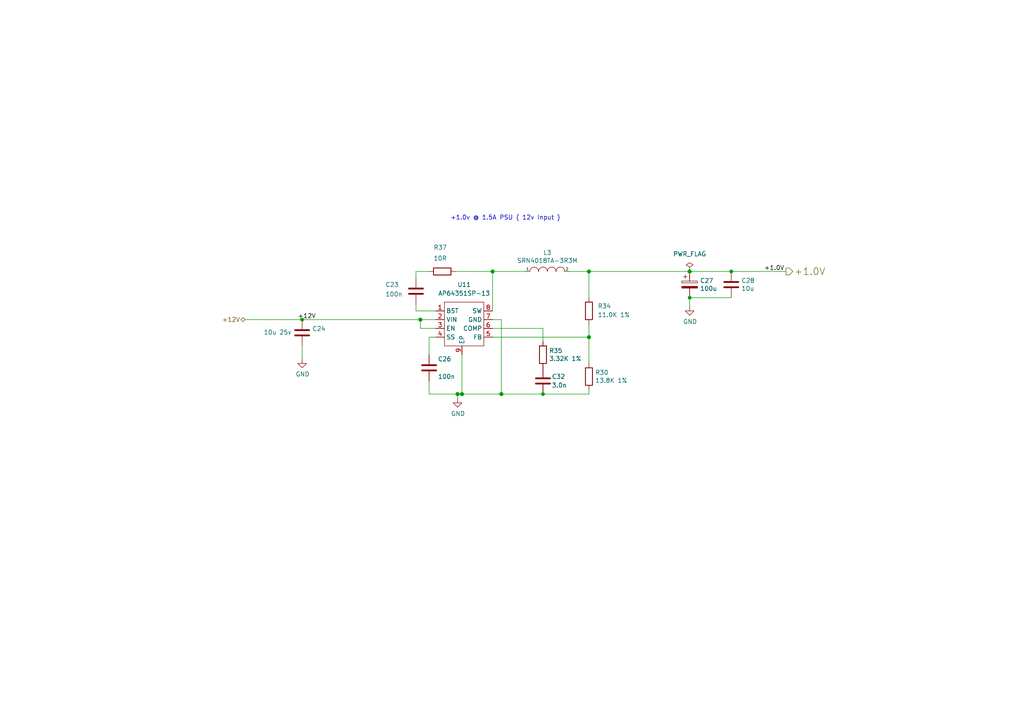
<source format=kicad_sch>
(kicad_sch (version 20211123) (generator eeschema)
  (paper "A4")
  (title_block (title "4pi-Farm") (date "2022-04-12") (rev "2.1") (comment 1 "fjc"))
  (lib_symbols
    (symbol "CM4IO:AP64351"
      (property "Reference" "U" (at 0 8.89 0))
      (property "Value" "AP64351" (at 1.27 6.35 0))
      (symbol "AP64351_0_1"
        (rectangle (start -5.08 5.08) (end 6.35 -7.62))
      )
      (symbol "AP64351_1_1"
        (pin passive line (at -7.62 2.54 0) (length 2.54) (name "BST") (number "1"))
        (pin power_in line (at -7.62 0 0) (length 2.54) (name "VIN") (number "2"))
        (pin input line (at -7.62 -2.54 0) (length 2.54) (name "EN") (number "3"))
        (pin input line (at -7.62 -5.08 0) (length 2.54) (name "SS") (number "4"))
        (pin input line (at 8.89 -5.08 180) (length 2.54) (name "FB") (number "5"))
        (pin input line (at 8.89 -2.54 180) (length 2.54) (name "COMP") (number "6"))
        (pin power_in line (at 8.89 0 180) (length 2.54) (name "GND") (number "7"))
        (pin output line (at 8.89 2.54 180) (length 2.54) (name "SW") (number "8"))
        (pin passive line (at 0 -10.16 90) (length 2.54) (name "EP") (number "9"))
      )
    )
    (symbol "Device:C" (pin_numbers hide) (pin_names (offset 0.254))
      (property "Reference" "C" (at 0.635 2.54 0))
      (property "Value" "C" (at 0.635 -2.54 0))
      (symbol "C_0_1"
        (polyline (pts (xy -2.032 -0.762) (xy 2.032 -0.762)) (stroke (width 0.508)))
        (polyline (pts (xy -2.032 0.762) (xy 2.032 0.762)) (stroke (width 0.508)))
      )
      (symbol "C_1_1"
        (pin passive line (at 0 3.81 270) (length 2.794) (name "~") (number "1"))
        (pin passive line (at 0 -3.81 90) (length 2.794) (name "~") (number "2"))
      )
    )
    (symbol "Device:C_Polarized" (pin_numbers hide) (pin_names (offset 0.254))
      (property "Reference" "C" (at 0.635 2.54 0))
      (property "Value" "C_Polarized" (at 0.635 -2.54 0))
      (symbol "C_Polarized_0_1"
        (rectangle (start -2.286 0.508) (end 2.286 1.016))
        (polyline (pts (xy -1.778 2.286) (xy -0.762 2.286)))
        (polyline (pts (xy -1.27 2.794) (xy -1.27 1.778)))
        (rectangle (start 2.286 -0.508) (end -2.286 -1.016) (fill (type outline)))
      )
      (symbol "C_Polarized_1_1"
        (pin passive line (at 0 3.81 270) (length 2.794) (name "~") (number "1"))
        (pin passive line (at 0 -3.81 90) (length 2.794) (name "~") (number "2"))
      )
    )
    (symbol "Device:R" (pin_numbers hide) (pin_names (offset 0))
      (property "Reference" "R" (at 2.032 0 90))
      (property "Value" "R" (at 0 0 90))
      (symbol "R_0_1"
        (rectangle (start -1.016 -2.54) (end 1.016 2.54) (stroke (width 0.254)))
      )
      (symbol "R_1_1"
        (pin passive line (at 0 3.81 270) (length 1.27) (name "~") (number "1"))
        (pin passive line (at 0 -3.81 90) (length 1.27) (name "~") (number "2"))
      )
    )
    (symbol "power:GND" (power) (pin_names (offset 0))
      (property "Value" "GND" (at 0 -3.81 0))
      (symbol "GND_0_1"
        (polyline (pts (xy 0 0) (xy 0 -1.27) (xy 1.27 -1.27) (xy 0 -2.54) (xy -1.27 -1.27) (xy 0 -1.27)))
      )
      (symbol "GND_1_1"
        (pin power_in line (at 0 0 270) (length 0) hide (name "GND") (number "1"))
      )
    )
    (symbol "power:PWR_FLAG" (power) (pin_numbers hide) (pin_names (offset 0) hide)
      (property "Value" "PWR_FLAG" (at 0 3.81 0))
      (symbol "PWR_FLAG_0_0"
        (pin power_out line (at 0 0 90) (length 0) (name "pwr") (number "1"))
      )
      (symbol "PWR_FLAG_0_1"
        (polyline (pts (xy 0 0) (xy 0 1.27) (xy -1.016 1.905) (xy 0 2.54) (xy 1.016 1.905) (xy 0 1.27)))
      )
    )
    (symbol "pspice:INDUCTOR" (pin_numbers hide) (pin_names (offset 0))
      (property "Reference" "L" (at 0 2.54 0))
      (property "Value" "INDUCTOR" (at 0 -1.27 0))
      (symbol "INDUCTOR_0_1"
        (arc (start -2.54 0) (mid -3.81 1.27) (end -5.08 0))
        (arc (start 0 0) (mid -1.27 1.27) (end -2.54 0))
        (arc (start 2.54 0) (mid 1.27 1.27) (end 0 0))
        (arc (start 5.08 0) (mid 3.81 1.27) (end 2.54 0))
      )
      (symbol "INDUCTOR_1_1"
        (pin input line (at -6.35 0 0) (length 1.27) (name "1") (number "1"))
        (pin input line (at 6.35 0 180) (length 1.27) (name "2") (number "2"))
      )
    )
  )
  (junction (at 200.025 86.36) (diameter 0.9144))
  (junction (at 170.815 97.79) (diameter 1.016))
  (junction (at 145.415 114.3) (diameter 1.016))
  (junction (at 132.715 114.3) (diameter 1.016))
  (junction (at 170.815 78.74) (diameter 1.016))
  (junction (at 157.48 114.3) (diameter 0.9144))
  (junction (at 133.985 114.3) (diameter 1.016))
  (junction (at 87.63 92.71) (diameter 0.9144))
  (junction (at 200.025 78.74) (diameter 1.016))
  (junction (at 212.09 78.74) (diameter 0.9144))
  (junction (at 142.875 78.74) (diameter 1.016))
  (junction (at 121.92 92.71) (diameter 1.016))
  (wire (pts (xy 142.875 95.25) (xy 157.48 95.25)))
  (wire (pts (xy 120.65 88.265) (xy 120.65 90.17)))
  (wire (pts (xy 170.815 78.74) (xy 200.025 78.74)))
  (wire (pts (xy 120.65 78.74) (xy 124.46 78.74)))
  (wire (pts (xy 212.09 86.36) (xy 200.025 86.36)))
  (wire (pts (xy 142.875 78.74) (xy 142.875 90.17)))
  (wire (pts (xy 157.48 114.3) (xy 170.815 114.3)))
  (wire (pts (xy 170.815 78.74) (xy 170.815 86.36)))
  (wire (pts (xy 142.875 97.79) (xy 170.815 97.79)))
  (wire (pts (xy 142.875 78.74) (xy 152.4 78.74)))
  (wire (pts (xy 132.715 115.57) (xy 132.715 114.3)))
  (wire (pts (xy 121.92 95.25) (xy 126.365 95.25)))
  (wire (pts (xy 121.92 92.71) (xy 126.365 92.71)))
  (wire (pts (xy 132.08 78.74) (xy 142.875 78.74)))
  (wire (pts (xy 87.63 100.33) (xy 87.63 104.14)))
  (wire (pts (xy 170.815 93.98) (xy 170.815 97.79)))
  (wire (pts (xy 142.875 92.71) (xy 145.415 92.71)))
  (wire (pts (xy 170.815 114.3) (xy 170.815 113.03)))
  (wire (pts (xy 124.46 97.79) (xy 124.46 102.87)))
  (wire (pts (xy 145.415 92.71) (xy 145.415 114.3)))
  (wire (pts (xy 132.715 114.3) (xy 133.985 114.3)))
  (wire (pts (xy 71.12 92.71) (xy 87.63 92.71)))
  (wire (pts (xy 87.63 92.71) (xy 121.92 92.71)))
  (wire (pts (xy 124.46 110.49) (xy 124.46 114.3)))
  (wire (pts (xy 200.025 78.74) (xy 212.09 78.74)))
  (wire (pts (xy 212.09 78.74) (xy 227.965 78.74)))
  (wire (pts (xy 165.1 78.74) (xy 170.815 78.74)))
  (wire (pts (xy 145.415 114.3) (xy 157.48 114.3)))
  (wire (pts (xy 200.025 86.36) (xy 200.025 88.9)))
  (wire (pts (xy 120.65 90.17) (xy 126.365 90.17)))
  (wire (pts (xy 170.815 97.79) (xy 170.815 105.41)))
  (wire (pts (xy 121.92 92.71) (xy 121.92 95.25)))
  (wire (pts (xy 126.365 97.79) (xy 124.46 97.79)))
  (wire (pts (xy 157.48 99.06) (xy 157.48 95.25)))
  (wire (pts (xy 120.65 80.645) (xy 120.65 78.74)))
  (wire (pts (xy 133.985 102.87) (xy 133.985 114.3)))
  (wire (pts (xy 124.46 114.3) (xy 132.715 114.3)))
  (wire (pts (xy 133.985 114.3) (xy 145.415 114.3)))
  (text "+1.0v @ 1.5A PSU ( 12v Input )" (at 162.56 64.008 180) (effects (font (size 1.27 1.27)) (justify right bottom)))
  (label "+12V" (at 86.36 92.71 0))
  (label "+1.0V" (at 221.615 78.74 0))
  (hierarchical_label "+1.0V" (shape output) (at 227.965 78.74 0) (effects (font (size 2.007 2.007))))
  (hierarchical_label "+12V" (shape bidirectional) (at 71.12 92.71 180))
  (symbol (lib_id "Device:C") (at 87.63 96.52 0) (unit 1)
    (property "Reference" "C24" (at 90.551 95.3516 0) (effects (justify left)))
    (property "Value" "10u 25v" (at 76.454 96.393 0) (effects (justify left)))
    (property "Footprint" "Capacitor_SMD:C_0805_2012Metric" (effects hide))
    (property "Datasheet" "https://media.digikey.com/pdf/Data%20Sheets/Samsung%20PDFs/CL_Series_MLCC_ds.pdf" (effects hide))
    (property "Part Description" "CAP CER 10UF 25V X5R 0805" (effects hide))
    (property "LCSC Part Number" "C440198" (effects hide))
  )
  (symbol (lib_id "power:GND") (at 200.025 88.9 0) (unit 1)
    (property "Reference" "#PWR056" (effects hide))
    (property "Value" "GND" (at 200.152 93.2942 0))
  )
  (symbol (lib_id "Device:C") (at 157.48 110.49 0) (unit 1)
    (property "Reference" "C32" (at 160.02 109.22 0) (effects (justify left)))
    (property "Value" "3.0n" (at 160.02 111.76 0) (effects (justify left)))
    (property "Footprint" "Capacitor_SMD:C_0603_1608Metric" (effects hide))
    (property "Datasheet" "http://datasheets.avx.com/X7RDielectric.pdf" (effects hide))
    (property "Part Description" "CAP CER 0603 3NF 16V " (effects hide))
    (property "LCSC Part Number" "C1613" (effects hide))
  )
  (symbol (lib_id "Device:C") (at 124.46 106.68 0) (unit 1)
    (property "Reference" "C26" (at 127 104.14 0) (effects (justify left)))
    (property "Value" "100n" (at 127 109.22 0) (effects (justify left)))
    (property "Footprint" "Capacitor_SMD:C_0402_1005Metric" (effects hide))
    (property "Datasheet" "https://search.murata.co.jp/Ceramy/image/img/A01X/G101/ENG/GRM21BR71A106KA73-01.pdf" (effects hide))
    (property "Part Description" "CAP CER 0.1UF 6.3V X5R 0603" (effects hide))
    (property "LCSC Part Number" "C1525" (effects hide))
  )
  (symbol (lib_id "Device:C") (at 120.65 84.455 0) (unit 1)
    (property "Reference" "C23" (at 111.76 82.55 0) (effects (justify left)))
    (property "Value" "100n" (at 111.76 85.344 0) (effects (justify left)))
    (property "Footprint" "Capacitor_SMD:C_0402_1005Metric" (effects hide))
    (property "Datasheet" "https://search.murata.co.jp/Ceramy/image/img/A01X/G101/ENG/GRM21BR71A106KA73-01.pdf" (effects hide))
    (property "Part Description" "CAP CER 0.1UF 6.3V X5R 0603" (effects hide))
    (property "LCSC Part Number" "C1525" (effects hide))
  )
  (symbol (lib_id "power:GND") (at 87.63 104.14 0) (unit 1)
    (property "Reference" "#PWR054" (effects hide))
    (property "Value" "GND" (at 87.757 108.5342 0))
  )
  (symbol (lib_id "pspice:INDUCTOR") (at 158.75 78.74 0) (unit 1)
    (property "Reference" "L3" (at 158.75 73.279 0))
    (property "Value" "SRN4018TA-3R3M" (at 158.75 75.59 0))
    (property "Footprint" "Inductor_SMD:L_Bourns-SRN4018" (effects hide))
    (property "Datasheet" "http://www.farnell.com/datasheets/1880803.pdf" (effects hide))
    (property "Manufacturer" "Bourns" (effects hide))
    (property "Part Description" "Power Inductor (SMD), 3.3 µH, 2.0 A, Semishielded" (effects hide))
    (property "Manuf Partno" " SRN4018-3R3M" (effects hide))
    (property "LCSC Part Number" "C307830" (effects hide))
  )
  (symbol (lib_id "Device:R") (at 128.27 78.74 270) (unit 1)
    (property "Reference" "R37" (at 125.73 71.755 90) (effects (justify left)))
    (property "Value" "10R" (at 125.73 74.93 90) (effects (justify left)))
    (property "Footprint" "Resistor_SMD:R_0603_1608Metric" (effects hide))
    (property "Part Description" "RES 10 OHM 1% 1/10W 0603" (effects hide))
    (property "LCSC Part Number" "C22859" (effects hide))
  )
  (symbol (lib_id "Device:C_Polarized") (at 200.025 82.55 0) (unit 1)
    (property "Reference" "C27" (at 203.0222 81.407 0) (effects (justify left)))
    (property "Value" "100u" (at 203.0222 83.693 0) (effects (justify left)))
    (property "Footprint" "Capacitor_Tantalum_SMD:CP_EIA-3528-21_Kemet-B" (effects hide))
    (property "Datasheet" "https://datasheets.avx.com/TPS.pdf" (effects hide))
    (property "Part Description" "CAP TANT 100UF 10% 10V 2917" (effects hide))
    (property "LCSC Part Number" "C16133" (effects hide))
  )
  (symbol (lib_id "Device:R") (at 157.48 102.87 0) (unit 1)
    (property "Reference" "R35" (at 159.258 101.7016 0) (effects (justify left)))
    (property "Value" "3.32K 1%" (at 159.258 104.013 0) (effects (justify left)))
    (property "Footprint" "Resistor_SMD:R_0603_1608Metric" (effects hide))
    (property "Part Description" "RES 3.32K OHM 1% 1/10W 0603" (effects hide))
    (property "LCSC Part Number" "C22995" (effects hide))
  )
  (symbol (lib_id "Device:C") (at 212.09 82.55 0) (unit 1)
    (property "Reference" "C28" (at 215.011 81.3816 0) (effects (justify left)))
    (property "Value" "10u" (at 215.011 83.693 0) (effects (justify left)))
    (property "Footprint" "Capacitor_SMD:C_0603_1608Metric" (effects hide))
    (property "Datasheet" "http://www.samsungsem.com/kr/support/product-search/mlcc/CL21B106KPQNNNE.jsp" (effects hide))
    (property "Part Description" "CAP CER 10UF 6.3V X5R 0603" (effects hide))
    (property "LCSC Part Number" "C19702" (effects hide))
  )
  (symbol (lib_id "power:GND") (at 132.715 115.57 0) (unit 1)
    (property "Reference" "#PWR055" (effects hide))
    (property "Value" "GND" (at 132.842 119.9642 0))
  )
  (symbol (lib_id "Device:R") (at 170.815 109.22 0) (unit 1)
    (property "Reference" "R30" (at 172.593 108.0516 0) (effects (justify left)))
    (property "Value" "13.8K 1%" (at 172.593 110.363 0) (effects (justify left)))
    (property "Footprint" "Resistor_SMD:R_0603_1608Metric" (effects hide))
    (property "Part Description" "RES 22.1K OHM 1% 1/10W 0603" (effects hide))
    (property "LCSC Part Number" "C25961" (effects hide))
  )
  (symbol (lib_id "Device:R") (at 170.815 90.17 0) (unit 1)
    (property "Reference" "R34" (at 173.355 88.773 0) (effects (justify left)))
    (property "Value" "11.0K 1%" (at 173.355 91.313 0) (effects (justify left)))
    (property "Footprint" "Resistor_SMD:R_0603_1608Metric" (effects hide))
    (property "Part Description" "RES 11K OHM 1% 1/10W 0603" (effects hide))
    (property "LCSC Part Number" "C25950" (effects hide))
  )
  (symbol (lib_id "CM4IO:AP64351") (at 133.985 92.71 0) (unit 1)
    (property "Reference" "U11" (at 134.62 82.55 0))
    (property "Value" "AP64351SP-13" (at 134.62 85.09 0))
    (property "Footprint" "Package_SO:SOIC-8-1EP_3.9x4.9mm_P1.27mm_EP2.95x4.9mm_Mask2.71x3.4mm" (effects hide))
    (property "Datasheet" "https://4donline.ihs.com/images/VipMasterIC/IC/DIOD/DIOD-S-A0009073026/DIOD-S-A0009073026-1.pdf?hkey=6D3A4C79FDBF58556ACFDE234799DDF0" (effects hide))
    (property "Manufacturer" "Diodes Inc" (effects hide))
    (property "Manuf Partno" "AP64351SP-13 " (effects hide))
    (property "Part Description" "DC/DC Converter, Synchronous Buck, 3.5 Amp, 8-SOIC, 85Deg C" (effects hide))
  )
  (symbol (lib_id "power:PWR_FLAG") (at 200.025 78.74 0) (unit 1)
    (property "Reference" "#FLG03" (effects hide))
    (property "Value" "PWR_FLAG" (at 200.025 73.66 0))
  )
)
</source>
